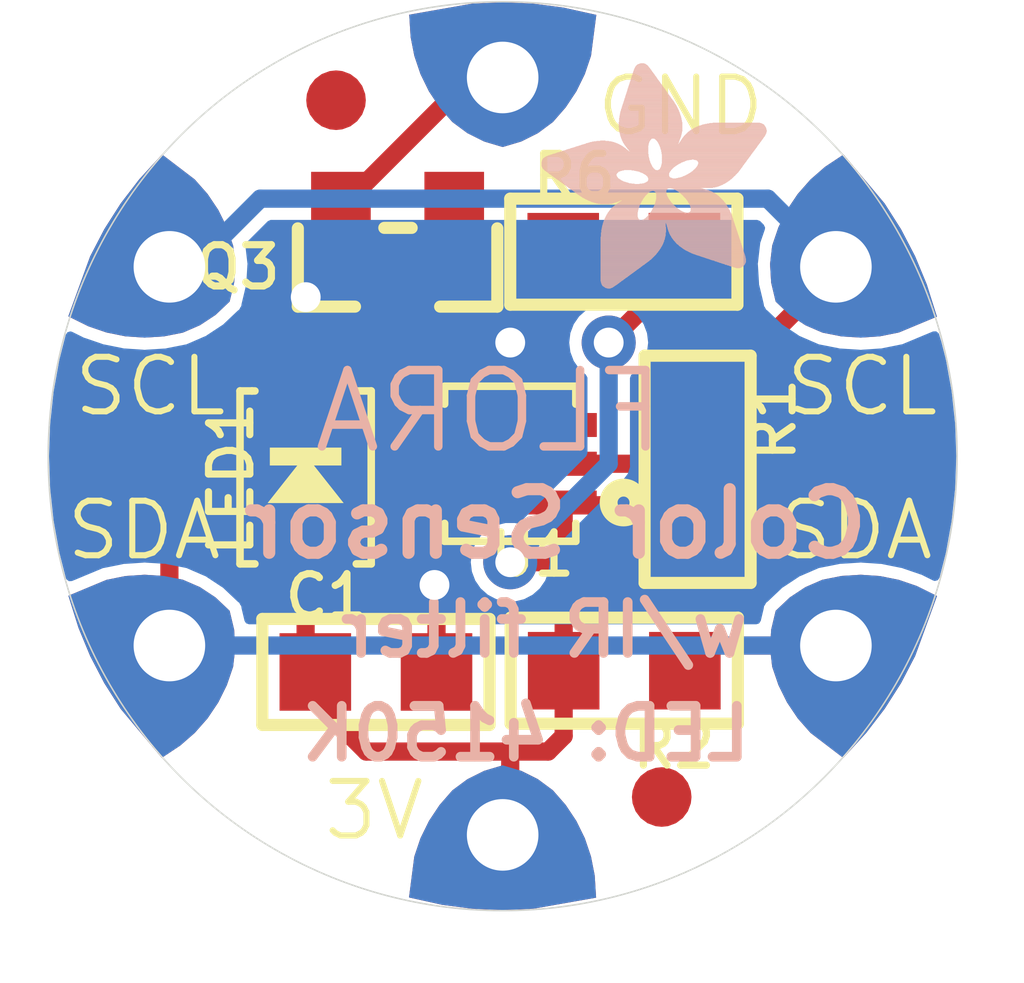
<source format=kicad_pcb>
(kicad_pcb (version 20221018) (generator pcbnew)
  (layers (0 "F.Cu" signal) (31 "B.Cu" signal) (34 "B.Paste" user) (35 "F.Paste" user) (36 "B.SilkS" user "B.Silkscreen") (37 "F.SilkS" user "F.Silkscreen") (38 "B.Mask" user) (39 "F.Mask" user) (44 "Edge.Cuts" user))
  (net 0 "")
  (net 1 "GND")
  (net 2 "SDA_3V")
  (net 3 "SCL_3V")
  (net 4 "N$1")
  (net 5 "+3V3")
  (net 6 "INT")
  (footprint "working:FIDUCIAL_1MM" (layer "F.Cu") (at 145.7071 99.0346)
    (fp_text reference "FID1" hide)
    (fp_text value "FIDUCIAL\"\"" hide)
    (pad "1" smd roundrect (at 0 0) (size 1 1) (layers "F.Cu" "F.Mask") (roundrect_rratio 0.5))
  )
  (footprint "working:_0805" (layer "F.Cu") (at 150.5401 108.6006 180)
    (fp_text reference "R2" (at -1.5875 -1.27) (layer "F.SilkS") (effects (font (size 0.692831 0.692831) (thickness 0.119969)) (justify right)))
    (fp_text value "10K")
    (pad "1" smd rect (at -1.016 0 180) (size 1.2 1.3) (layers "F.Cu" "F.Paste" "F.Mask") (net 2 "SDA_3V"))
    (pad "2" smd rect (at 1.016 0 180) (size 1.2 1.3) (layers "F.Cu" "F.Paste" "F.Mask") (net 5 "+3V3"))
  )
  (footprint "working:_0805" (layer "F.Cu") (at 151.7701 105.2236 -90)
    (fp_text reference "R1" (at -1.5875 -1.27 90) (layer "F.SilkS") (effects (font (size 0.692831 0.692831) (thickness 0.119969)) (justify right)))
    (fp_text value "10K")
    (pad "1" smd rect (at -1.016 0 270) (size 1.2 1.3) (layers "F.Cu" "F.Paste" "F.Mask") (net 3 "SCL_3V"))
    (pad "2" smd rect (at 1.016 0 270) (size 1.2 1.3) (layers "F.Cu" "F.Paste" "F.Mask") (net 5 "+3V3"))
  )
  (footprint "working:FIDUCIAL_1MM" (layer "F.Cu") (at 151.1681 110.7186)
    (fp_text reference "FID2" hide)
    (fp_text value "FIDUCIAL\"\"" hide)
    (pad "1" smd roundrect (at 0 0) (size 1 1) (layers "F.Cu" "F.Mask") (roundrect_rratio 0.5))
  )
  (footprint "working:_0805" (layer "F.Cu") (at 150.5331 101.5746)
    (fp_text reference "R6" (at -1.5875 -1.27) (layer "F.SilkS") (effects (font (size 0.692831 0.692831) (thickness 0.119969)) (justify left)))
    (fp_text value "10K")
    (pad "1" smd rect (at -1.016 0) (size 1.2 1.3) (layers "F.Cu" "F.Paste" "F.Mask") (net 6 "INT"))
    (pad "2" smd rect (at 1.016 0) (size 1.2 1.3) (layers "F.Cu" "F.Paste" "F.Mask") (net 5 "+3V3"))
  )
  (footprint "working:SEWINGTAP_0.5" (layer "F.Cu") (at 142.9131 101.8286 60)
    (fp_text reference "TP5" hide)
    (fp_text value "SEWTAP0.5IN" hide)
    (fp_poly (pts (xy 0.510656 -1.238743) (xy 1.017424 -1.172026) (xy 1.570433 -1.049427) (xy 1.481621 -0.363766) (xy 1.377917 -0.056151) (xy 1.23587 0.233416) (xy 1.057243 0.501965) (xy 0.843327 0.746924) (xy 0.591455 0.933744) (xy 0.312122 1.07341) (xy 0 1.16625) (xy -0.312122 1.07341) (xy -0.591455 0.933744) (xy -0.843327 0.746924) (xy -1.057243 0.501967) (xy -1.235871 0.233417) (xy -1.377917 -0.056152) (xy -1.480952 -0.361783) (xy -1.543214 -0.678249) (xy -1.566969 -1.052671) (xy -0.512044 -1.238682) (xy 0 -1.261038)) (fill solid) (layer "F.Cu"))
    (fp_poly (pts (xy 0.510656 -1.238743) (xy 1.017424 -1.172026) (xy 1.570433 -1.049427) (xy 1.481621 -0.363766) (xy 1.377917 -0.056151) (xy 1.23587 0.233416) (xy 1.057243 0.501965) (xy 0.843327 0.746924) (xy 0.591455 0.933744) (xy 0.312122 1.07341) (xy 0 1.16625) (xy -0.312122 1.07341) (xy -0.591455 0.933744) (xy -0.843327 0.746924) (xy -1.057243 0.501967) (xy -1.235871 0.233417) (xy -1.377917 -0.056152) (xy -1.480952 -0.361783) (xy -1.543214 -0.678249) (xy -1.566969 -1.052671) (xy -0.512044 -1.238682) (xy 0 -1.261038)) (fill solid) (layer "B.Cu"))
    (pad "TAP" thru_hole circle (at 0 0 60) (size 2.1844 2.1844) (drill 1.2) (layers "*.Cu" "*.Mask") (net 3 "SCL_3V"))
  )
  (footprint "working:EVERLIGHT_45-21" (layer "F.Cu") (at 145.1971 105.3596 90)
    (fp_text reference "LED1" (at -1.375 -1.25 90) (layer "F.SilkS") (effects (font (size 0.692831 0.692831) (thickness 0.119969)) (justify left)))
    (fp_text value "45-21/LK2C-B38452C4CB2/2T")
    (pad "A" smd rect (at -1.45 0 90) (size 1.4 1.4) (layers "F.Cu" "F.Paste" "F.Mask") (net 5 "+3V3"))
    (pad "K" smd rect (at 1.45 0 90) (size 1.4 1.4) (layers "F.Cu" "F.Paste" "F.Mask") (net 4 "N$1"))
  )
  (footprint "working:SEWINGTAP_0.5" (layer "F.Cu") (at 148.5011 98.6536)
    (fp_text reference "TP2" hide)
    (fp_text value "SEWTAP0.5IN" hide)
    (fp_poly (pts (xy 0.510656 -1.238743) (xy 1.017424 -1.172026) (xy 1.570433 -1.049427) (xy 1.481621 -0.363766) (xy 1.377917 -0.056151) (xy 1.23587 0.233416) (xy 1.057243 0.501965) (xy 0.843327 0.746924) (xy 0.591455 0.933744) (xy 0.312122 1.07341) (xy 0 1.16625) (xy -0.312122 1.07341) (xy -0.591455 0.933744) (xy -0.843327 0.746924) (xy -1.057243 0.501967) (xy -1.235871 0.233417) (xy -1.377917 -0.056152) (xy -1.480952 -0.361783) (xy -1.543214 -0.678249) (xy -1.566969 -1.052671) (xy -0.512044 -1.238682) (xy 0 -1.261038)) (fill solid) (layer "F.Cu"))
    (fp_poly (pts (xy 0.510656 -1.238743) (xy 1.017424 -1.172026) (xy 1.570433 -1.049427) (xy 1.481621 -0.363766) (xy 1.377917 -0.056151) (xy 1.23587 0.233416) (xy 1.057243 0.501965) (xy 0.843327 0.746924) (xy 0.591455 0.933744) (xy 0.312122 1.07341) (xy 0 1.16625) (xy -0.312122 1.07341) (xy -0.591455 0.933744) (xy -0.843327 0.746924) (xy -1.057243 0.501967) (xy -1.235871 0.233417) (xy -1.377917 -0.056152) (xy -1.480952 -0.361783) (xy -1.543214 -0.678249) (xy -1.566969 -1.052671) (xy -0.512044 -1.238682) (xy 0 -1.261038)) (fill solid) (layer "B.Cu"))
    (pad "TAP" thru_hole circle (at 0 0) (size 2.1844 2.1844) (drill 1.2) (layers "*.Cu" "*.Mask") (net 1 "GND"))
  )
  (footprint "working:SOT23-WIDE" (layer "F.Cu") (at 146.7391 101.8356 180)
    (fp_text reference "Q3" (at 1.905 0) (layer "F.SilkS") (effects (font (size 0.692831 0.692831) (thickness 0.119969)) (justify right)))
    (fp_text value "BSS138")
    (pad "1" smd rect (at -0.95 1 180) (size 1 1.2) (layers "F.Cu" "F.Paste" "F.Mask") (net 6 "INT"))
    (pad "2" smd rect (at 0.95 1 180) (size 1 1.2) (layers "F.Cu" "F.Paste" "F.Mask") (net 1 "GND"))
    (pad "3" smd rect (at 0 -1 180) (size 1 1.2) (layers "F.Cu" "F.Paste" "F.Mask") (net 4 "N$1"))
  )
  (footprint "working:SEWINGTAP_0.5" (layer "F.Cu") (at 142.9131 108.1786 120)
    (fp_text reference "TP3" hide)
    (fp_text value "SEWTAP0.5IN" hide)
    (fp_poly (pts (xy 0.510656 -1.238743) (xy 1.017424 -1.172026) (xy 1.570433 -1.049427) (xy 1.481621 -0.363766) (xy 1.377917 -0.056151) (xy 1.23587 0.233416) (xy 1.057243 0.501965) (xy 0.843327 0.746924) (xy 0.591455 0.933744) (xy 0.312122 1.07341) (xy 0 1.16625) (xy -0.312122 1.07341) (xy -0.591455 0.933744) (xy -0.843327 0.746924) (xy -1.057243 0.501967) (xy -1.235871 0.233417) (xy -1.377917 -0.056152) (xy -1.480952 -0.361783) (xy -1.543214 -0.678249) (xy -1.566969 -1.052671) (xy -0.512044 -1.238682) (xy 0 -1.261038)) (fill solid) (layer "F.Cu"))
    (fp_poly (pts (xy 0.510656 -1.238743) (xy 1.017424 -1.172026) (xy 1.570433 -1.049427) (xy 1.481621 -0.363766) (xy 1.377917 -0.056151) (xy 1.23587 0.233416) (xy 1.057243 0.501965) (xy 0.843327 0.746924) (xy 0.591455 0.933744) (xy 0.312122 1.07341) (xy 0 1.16625) (xy -0.312122 1.07341) (xy -0.591455 0.933744) (xy -0.843327 0.746924) (xy -1.057243 0.501967) (xy -1.235871 0.233417) (xy -1.377917 -0.056152) (xy -1.480952 -0.361783) (xy -1.543214 -0.678249) (xy -1.566969 -1.052671) (xy -0.512044 -1.238682) (xy 0 -1.261038)) (fill solid) (layer "B.Cu"))
    (pad "TAP" thru_hole circle (at 0 0 120) (size 2.1844 2.1844) (drill 1.2) (layers "*.Cu" "*.Mask") (net 2 "SDA_3V"))
  )
  (footprint "working:_0805" (layer "F.Cu") (at 146.3761 108.6216)
    (fp_text reference "C1" (at -1.5875 -1.27) (layer "F.SilkS") (effects (font (size 0.692831 0.692831) (thickness 0.119969)) (justify left)))
    (fp_text value "0.1µF")
    (pad "1" smd rect (at -1.016 0) (size 1.2 1.3) (layers "F.Cu" "F.Paste" "F.Mask") (net 5 "+3V3"))
    (pad "2" smd rect (at 1.016 0) (size 1.2 1.3) (layers "F.Cu" "F.Paste" "F.Mask") (net 1 "GND"))
  )
  (footprint "working:SEWINGTAP_0.5" (layer "F.Cu") (at 154.0891 108.1786 -120)
    (fp_text reference "TP4" hide)
    (fp_text value "SEWTAP0.5IN" hide)
    (fp_poly (pts (xy 0.510656 -1.238743) (xy 1.017424 -1.172026) (xy 1.570433 -1.049427) (xy 1.481621 -0.363766) (xy 1.377917 -0.056151) (xy 1.23587 0.233416) (xy 1.057243 0.501965) (xy 0.843327 0.746924) (xy 0.591455 0.933744) (xy 0.312122 1.07341) (xy 0 1.16625) (xy -0.312122 1.07341) (xy -0.591455 0.933744) (xy -0.843327 0.746924) (xy -1.057243 0.501967) (xy -1.235871 0.233417) (xy -1.377917 -0.056152) (xy -1.480952 -0.361783) (xy -1.543214 -0.678249) (xy -1.566969 -1.052671) (xy -0.512044 -1.238682) (xy 0 -1.261038)) (fill solid) (layer "F.Cu"))
    (fp_poly (pts (xy 0.510656 -1.238743) (xy 1.017424 -1.172026) (xy 1.570433 -1.049427) (xy 1.481621 -0.363766) (xy 1.377917 -0.056151) (xy 1.23587 0.233416) (xy 1.057243 0.501965) (xy 0.843327 0.746924) (xy 0.591455 0.933744) (xy 0.312122 1.07341) (xy 0 1.16625) (xy -0.312122 1.07341) (xy -0.591455 0.933744) (xy -0.843327 0.746924) (xy -1.057243 0.501967) (xy -1.235871 0.233417) (xy -1.377917 -0.056152) (xy -1.480952 -0.361783) (xy -1.543214 -0.678249) (xy -1.566969 -1.052671) (xy -0.512044 -1.238682) (xy 0 -1.261038)) (fill solid) (layer "B.Cu"))
    (pad "TAP" thru_hole circle (at 0 0 240) (size 2.1844 2.1844) (drill 1.2) (layers "*.Cu" "*.Mask") (net 2 "SDA_3V"))
  )
  (footprint "working:SEWINGTAP_0.5" (layer "F.Cu") (at 154.0891 101.8286 -60)
    (fp_text reference "TP6" hide)
    (fp_text value "SEWTAP0.5IN" hide)
    (fp_poly (pts (xy 0.510656 -1.238743) (xy 1.017424 -1.172026) (xy 1.570433 -1.049427) (xy 1.481621 -0.363766) (xy 1.377917 -0.056151) (xy 1.23587 0.233416) (xy 1.057243 0.501965) (xy 0.843327 0.746924) (xy 0.591455 0.933744) (xy 0.312122 1.07341) (xy 0 1.16625) (xy -0.312122 1.07341) (xy -0.591455 0.933744) (xy -0.843327 0.746924) (xy -1.057243 0.501967) (xy -1.235871 0.233417) (xy -1.377917 -0.056152) (xy -1.480952 -0.361783) (xy -1.543214 -0.678249) (xy -1.566969 -1.052671) (xy -0.512044 -1.238682) (xy 0 -1.261038)) (fill solid) (layer "F.Cu"))
    (fp_poly (pts (xy 0.510656 -1.238743) (xy 1.017424 -1.172026) (xy 1.570433 -1.049427) (xy 1.481621 -0.363766) (xy 1.377917 -0.056151) (xy 1.23587 0.233416) (xy 1.057243 0.501965) (xy 0.843327 0.746924) (xy 0.591455 0.933744) (xy 0.312122 1.07341) (xy 0 1.16625) (xy -0.312122 1.07341) (xy -0.591455 0.933744) (xy -0.843327 0.746924) (xy -1.057243 0.501967) (xy -1.235871 0.233417) (xy -1.377917 -0.056152) (xy -1.480952 -0.361783) (xy -1.543214 -0.678249) (xy -1.566969 -1.052671) (xy -0.512044 -1.238682) (xy 0 -1.261038)) (fill solid) (layer "B.Cu"))
    (pad "TAP" thru_hole circle (at 0 0 300) (size 2.1844 2.1844) (drill 1.2) (layers "*.Cu" "*.Mask") (net 3 "SCL_3V"))
  )
  (footprint "working:TCS3472_FN6" (layer "F.Cu") (at 148.6281 105.1306 180)
    (fp_text reference "U1" (at -1.143 -1.52) (layer "F.SilkS") (effects (font (size 0.692831 0.692831) (thickness 0.119969)) (justify right)))
    (fp_text value "TCS34725")
    (fp_poly (pts (xy -0.349118 -0.174733) (xy -0.275267 -0.100882) (xy -0.248236 0) (xy -0.275267 0.100882) (xy -0.349118 0.174733) (xy -0.443417 0.2) (xy -1.45 0.2) (xy -1.45 -0.2) (xy -0.443417 -0.2)) (fill solid) (layer "F.Cu"))
    (fp_poly (pts (xy -0.349118 0.475267) (xy -0.275267 0.549118) (xy -0.248236 0.65) (xy -0.275267 0.750882) (xy -0.349118 0.824733) (xy -0.443417 0.85) (xy -1.45 0.85) (xy -1.45 0.45) (xy -0.443417 0.45)) (fill solid) (layer "F.Cu"))
    (fp_poly (pts (xy 1.45 -0.45) (xy 0.443417 -0.45) (xy 0.349118 -0.475267) (xy 0.275267 -0.549118) (xy 0.248236 -0.65) (xy 0.275267 -0.750882) (xy 0.349118 -0.824733) (xy 0.443417 -0.85) (xy 1.45 -0.85)) (fill solid) (layer "F.Cu"))
    (fp_poly (pts (xy 1.45 0.2) (xy 0.443417 0.2) (xy 0.349118 0.174733) (xy 0.275267 0.100882) (xy 0.248236 0) (xy 0.275267 -0.100882) (xy 0.349118 -0.174733) (xy 0.443417 -0.2) (xy 1.45 -0.2)) (fill solid) (layer "F.Cu"))
    (fp_poly (pts (xy 1.45 0.85) (xy 0.443417 0.85) (xy 0.349118 0.824733) (xy 0.275267 0.750882) (xy 0.248236 0.65) (xy 0.275267 0.549118) (xy 0.349118 0.475267) (xy 0.443417 0.45) (xy 1.45 0.45)) (fill solid) (layer "F.Cu"))
    (pad "P$1" smd rect (at -0.85 -0.65 180) (size 1.2 0.4) (layers "F.Cu" "F.Paste" "F.Mask") (net 5 "+3V3"))
    (pad "P$2" smd rect (at -0.95 0 180) (size 1 0.4) (layers "F.Cu" "F.Paste" "F.Mask") (net 3 "SCL_3V"))
    (pad "P$3" smd rect (at -0.95 0.65 180) (size 1 0.4) (layers "F.Cu" "F.Paste" "F.Mask") (net 1 "GND"))
    (pad "P$4" smd rect (at 0.95 0.65 180) (size 1 0.4) (layers "F.Cu" "F.Paste" "F.Mask"))
    (pad "P$5" smd rect (at 0.95 0 180) (size 1 0.4) (layers "F.Cu" "F.Paste" "F.Mask") (net 6 "INT"))
    (pad "P$6" smd rect (at 0.95 -0.65 180) (size 1 0.4) (layers "F.Cu" "F.Paste" "F.Mask") (net 2 "SDA_3V"))
  )
  (footprint "working:SEWINGTAP_0.5" (layer "F.Cu") (at 148.5011 111.3536 180)
    (fp_text reference "TP1" hide)
    (fp_text value "SEWTAP0.5IN" hide)
    (fp_poly (pts (xy 0.510656 -1.238743) (xy 1.017424 -1.172026) (xy 1.570433 -1.049427) (xy 1.481621 -0.363766) (xy 1.377917 -0.056151) (xy 1.23587 0.233416) (xy 1.057243 0.501965) (xy 0.843327 0.746924) (xy 0.591455 0.933744) (xy 0.312122 1.07341) (xy 0 1.16625) (xy -0.312122 1.07341) (xy -0.591455 0.933744) (xy -0.843327 0.746924) (xy -1.057243 0.501967) (xy -1.235871 0.233417) (xy -1.377917 -0.056152) (xy -1.480952 -0.361783) (xy -1.543214 -0.678249) (xy -1.566969 -1.052671) (xy -0.512044 -1.238682) (xy 0 -1.261038)) (fill solid) (layer "F.Cu"))
    (fp_poly (pts (xy 0.510656 -1.238743) (xy 1.017424 -1.172026) (xy 1.570433 -1.049427) (xy 1.481621 -0.363766) (xy 1.377917 -0.056151) (xy 1.23587 0.233416) (xy 1.057243 0.501965) (xy 0.843327 0.746924) (xy 0.591455 0.933744) (xy 0.312122 1.07341) (xy 0 1.16625) (xy -0.312122 1.07341) (xy -0.591455 0.933744) (xy -0.843327 0.746924) (xy -1.057243 0.501967) (xy -1.235871 0.233417) (xy -1.377917 -0.056152) (xy -1.480952 -0.361783) (xy -1.543214 -0.678249) (xy -1.566969 -1.052671) (xy -0.512044 -1.238682) (xy 0 -1.261038)) (fill solid) (layer "B.Cu"))
    (pad "TAP" thru_hole circle (at 0 0 180) (size 2.1844 2.1844) (drill 1.2) (layers "*.Cu" "*.Mask") (net 5 "+3V3"))
  )
  (footprint "working:ADAFRUIT_3.5MM" (layer "B.Cu") (at 152.9461 102.2096 180)
    (fp_text reference "U$8" hide)
    (fp_text value "" hide)
  )
  (gr_circle (center 148.5011 105.0036) (end 156.1211 105.0036) (stroke (width 0.0254)) (fill none) (layer "Edge.Cuts"))
  (gr_text "w/IR filter" (at 152.6961 108.4156) (layer "B.SilkS") (effects (font (size 0.85344 0.85344) (thickness 0.16256)) (justify left bottom mirror)))
  (gr_text "LED: 4150K" (at 152.7371 110.1556) (layer "B.SilkS") (effects (font (size 0.85344 0.85344) (thickness 0.16256)) (justify left bottom mirror)))
  (gr_text "Color Sensor" (at 154.7281 106.7646) (layer "B.SilkS") (effects (font (size 1.0668 1.0668) (thickness 0.2032)) (justify left bottom mirror)))
  (gr_text "FLORA" (at 151.2951 105.0036) (layer "B.SilkS") (effects (font (size 1.28016 1.28016) (thickness 0.14224)) (justify left bottom mirror)))
  (gr_text "3V" (at 145.4531 111.4806) (layer "F.SilkS") (effects (font (size 0.9144 0.9144) (thickness 0.1016)) (justify left bottom)))
  (gr_text "GND" (at 150.0251 99.6696) (layer "F.SilkS") (effects (font (size 0.9144 0.9144) (thickness 0.1016)) (justify left bottom)))
  (gr_text "SCL" (at 141.2621 104.3686) (layer "F.SilkS") (effects (font (size 0.9144 0.9144) (thickness 0.1016)) (justify left bottom)))
  (gr_text "SDA" (at 141.1351 106.7816) (layer "F.SilkS") (effects (font (size 0.9144 0.9144) (thickness 0.1016)) (justify left bottom)))
  (gr_text "SDA" (at 153.0731 106.7816) (layer "F.SilkS") (effects (font (size 0.9144 0.9144) (thickness 0.1016)) (justify left bottom)))
  (gr_text "SCL" (at 153.2001 104.3686) (layer "F.SilkS") (effects (font (size 0.9144 0.9144) (thickness 0.1016)) (justify left bottom)))
  (segment (start 145.7891 101.3656) (end 145.7891 101.2386) (width 0.254) (layer "F.Cu") (net 1))
  (segment (start 145.7891 101.7466) (end 145.1991 102.3366) (width 0.3048) (layer "F.Cu") (net 1))
  (segment (start 147.9711 98.6536) (end 148.5011 98.6536) (width 0.3048) (layer "F.Cu") (net 1))
  (segment (start 145.7891 100.8356) (end 145.7891 101.2386) (width 0.3048) (layer "F.Cu") (net 1))
  (segment (start 149.5781 104.0486) (end 148.6281 103.0986) (width 0.3048) (layer "F.Cu") (net 1))
  (segment (start 147.3921 108.6216) (end 147.3921 107.1626) (width 0.3048) (layer "F.Cu") (net 1))
  (segment (start 145.7891 101.3656) (end 145.7891 101.7466) (width 0.3048) (layer "F.Cu") (net 1))
  (segment (start 145.7891 100.8356) (end 147.9711 98.6536) (width 0.3048) (layer "F.Cu") (net 1))
  (segment (start 147.3921 107.1626) (end 147.3581 107.1626) (width 0.3048) (layer "F.Cu") (net 1))
  (segment (start 149.5781 104.4806) (end 149.5781 104.0486) (width 0.3048) (layer "F.Cu") (net 1))
  (via (at 147.3581 107.1626) (size 0.9064) (drill 0.5) (layers "F.Cu" "B.Cu") (net 1))
  (via (at 148.6281 103.0986) (size 0.9064) (drill 0.5) (layers "F.Cu" "B.Cu") (net 1))
  (via (at 145.1991 102.3366) (size 0.9064) (drill 0.5) (layers "F.Cu" "B.Cu") (net 1))
  (segment (start 143.4211 103.8606) (end 143.2941 103.9876) (width 0.3048) (layer "B.Cu") (net 1))
  (segment (start 147.3581 107.1626) (end 147.3581 107.1626) (width 0.3048) (layer "B.Cu") (net 1))
  (segment (start 147.3581 107.1626) (end 147.241432 107.114131) (width 0.3048) (layer "B.Cu") (net 1))
  (segment (start 147.152192 107.024705) (end 147.1041 106.7816) (width 0.3048) (layer "B.Cu") (net 1))
  (segment (start 147.241432 107.114131) (end 147.152192 107.024705) (width 0.3048) (layer "B.Cu") (net 1))
  (segment (start 148.6281 98.6536) (end 148.5011 98.6536) (width 0.3048) (layer "B.Cu") (net 1))
  (segment (start 146.0881 105.2576) (end 146.5961 105.7656) (width 0.3048) (layer "F.Cu") (net 2))
  (segment (start 151.9781 108.1786) (end 154.0891 108.1786) (width 0.3048) (layer "F.Cu") (net 2))
  (segment (start 146.5961 105.7656) (end 147.6631 105.7656) (width 0.3048) (layer "F.Cu") (net 2))
  (segment (start 142.9131 106.5276) (end 142.9131 108.1786) (width 0.3048) (layer "F.Cu") (net 2))
  (segment (start 144.1831 105.2576) (end 146.0881 105.2576) (width 0.3048) (layer "F.Cu") (net 2))
  (segment (start 151.5561 108.6006) (end 151.9781 108.1786) (width 0.3048) (layer "F.Cu") (net 2))
  (segment (start 147.6631 105.7656) (end 147.6781 105.7806) (width 0.3048) (layer "F.Cu") (net 2))
  (segment (start 144.1831 105.2576) (end 142.9131 106.5276) (width 0.3048) (layer "F.Cu") (net 2))
  (segment (start 142.9131 108.1786) (end 154.0891 108.1786) (width 0.3048) (layer "B.Cu") (net 2))
  (segment (start 149.5781 105.1306) (end 150.8471 105.1306) (width 0.3048) (layer "F.Cu") (net 3))
  (segment (start 151.7701 104.2076) (end 151.7701 104.206544) (width 0.3048) (layer "F.Cu") (net 3))
  (segment (start 154.0891 101.8886) (end 154.0891 101.8286) (width 0.3048) (layer "F.Cu") (net 3))
  (segment (start 151.7701 104.2076) (end 154.0891 101.8886) (width 0.3048) (layer "F.Cu") (net 3))
  (segment (start 150.8471 105.1306) (end 151.7701 104.2076) (width 0.3048) (layer "F.Cu") (net 3))
  (segment (start 152.9461 100.6856) (end 154.0891 101.8286) (width 0.3048) (layer "B.Cu") (net 3))
  (segment (start 143.2941 101.8286) (end 144.4371 100.6856) (width 0.3048) (layer "B.Cu") (net 3))
  (segment (start 142.9131 101.8286) (end 143.2941 101.8286) (width 0.3048) (layer "B.Cu") (net 3))
  (segment (start 144.4371 100.6856) (end 152.9461 100.6856) (width 0.3048) (layer "B.Cu") (net 3))
  (segment (start 145.1971 103.9096) (end 146.2711 102.8356) (width 0.3048) (layer "F.Cu") (net 4))
  (segment (start 146.2711 102.8356) (end 146.7391 102.8356) (width 0.3048) (layer "F.Cu") (net 4))
  (segment (start 145.3601 109.1016) (end 146.2151 109.9566) (width 0.3048) (layer "F.Cu") (net 5))
  (segment (start 148.6281 111.3536) (end 148.5011 111.3536) (width 0.3048) (layer "F.Cu") (net 5))
  (segment (start 145.3601 108.6216) (end 145.3601 109.1016) (width 0.3048) (layer "F.Cu") (net 5))
  (segment (start 149.5241 108.6006) (end 149.5241 109.6956) (width 0.3048) (layer "F.Cu") (net 5))
  (segment (start 152.2181 106.2396) (end 151.7701 106.2396) (width 0.3048) (layer "F.Cu") (net 5))
  (segment (start 149.2631 109.9566) (end 148.6281 109.9566) (width 0.3048) (layer "F.Cu") (net 5))
  (segment (start 145.1971 108.4586) (end 145.1971 106.8096) (width 0.3048) (layer "F.Cu") (net 5))
  (segment (start 151.3571 105.8266) (end 151.7701 106.2396) (width 0.3048) (layer "F.Cu") (net 5))
  (segment (start 149.5241 105.8266) (end 151.3571 105.8266) (width 0.3048) (layer "F.Cu") (net 5))
  (segment (start 151.9311 106.4006) (end 151.7701 106.2396) (width 0.3048) (layer "F.Cu") (net 5))
  (segment (start 148.6281 111.3536) (end 148.6281 109.9566) (width 0.3048) (layer "F.Cu") (net 5))
  (segment (start 149.5241 109.6956) (end 149.2631 109.9566) (width 0.3048) (layer "F.Cu") (net 5))
  (segment (start 149.5241 105.8266) (end 149.5241 106.6546) (width 0.3048) (layer "F.Cu") (net 5))
  (segment (start 149.5241 106.6546) (end 149.5241 108.6006) (width 0.3048) (layer "F.Cu") (net 5))
  (segment (start 149.3971 106.7816) (end 149.5241 106.6546) (width 0.3048) (layer "F.Cu") (net 5))
  (segment (start 148.6281 106.7816) (end 149.3971 106.7816) (width 0.3048) (layer "F.Cu") (net 5))
  (segment (start 151.5491 101.8286) (end 150.2791 103.0986) (width 0.3048) (layer "F.Cu") (net 5))
  (segment (start 151.5491 101.5746) (end 151.5491 101.8286) (width 0.3048) (layer "F.Cu") (net 5))
  (segment (start 149.4781 105.7806) (end 149.5241 105.8266) (width 0.3048) (layer "F.Cu") (net 5))
  (segment (start 148.6281 109.9566) (end 146.2151 109.9566) (width 0.3048) (layer "F.Cu") (net 5))
  (segment (start 145.3601 108.6216) (end 145.1971 108.4586) (width 0.3048) (layer "F.Cu") (net 5))
  (via (at 150.2791 103.0986) (size 0.9064) (drill 0.5) (layers "F.Cu" "B.Cu") (net 5))
  (via (at 148.6281 106.7816) (size 0.9064) (drill 0.5) (layers "F.Cu" "B.Cu") (net 5))
  (segment (start 150.2791 105.1306) (end 148.6281 106.7816) (width 0.3048) (layer "B.Cu") (net 5))
  (segment (start 150.2791 103.0986) (end 150.2791 105.1306) (width 0.3048) (layer "B.Cu") (net 5))
  (segment (start 146.7231 104.8766) (end 146.7231 103.9876) (width 0.254) (layer "F.Cu") (net 6))
  (segment (start 146.9771 105.1306) (end 146.7231 104.8766) (width 0.254) (layer "F.Cu") (net 6))
  (segment (start 147.6891 100.8356) (end 148.3011 101.5746) (width 0.3048) (layer "F.Cu") (net 6))
  (segment (start 147.7391 102.1366) (end 148.3011 101.5746) (width 0.254) (layer "F.Cu") (net 6))
  (segment (start 146.7231 103.9876) (end 146.8501 103.8606) (width 0.254) (layer "F.Cu") (net 6))
  (segment (start 146.8501 103.8606) (end 147.7391 103.8606) (width 0.254) (layer "F.Cu") (net 6))
  (segment (start 147.7391 103.8606) (end 147.7391 102.1366) (width 0.254) (layer "F.Cu") (net 6))
  (segment (start 147.6781 105.1306) (end 146.9771 105.1306) (width 0.254) (layer "F.Cu") (net 6))
  (segment (start 148.3011 101.5746) (end 149.5171 101.5746) (width 0.3048) (layer "F.Cu") (net 6))
  (zone (net 1) (net_name "GND") (layer "B.Cu") (priority 6) (connect_pads (clearance 0.000001)) (min_thickness 0.1524) (fill yes (thermal_gap 0.3548) (thermal_bridge_width 0.3548))
    (polygon (pts (xy 149.063395 97.391975) (xy 149.618074 97.465557) (xy 150.166091 97.578523) (xy 150.704653 97.730296) (xy 151.231014 97.920103) (xy 151.742494 98.146975) (xy 152.236486 98.409759) (xy 152.710474 98.707115) (xy 153.162039 99.037526) (xy 153.588883 99.39931) (xy 153.98883 99.790623) (xy 154.359842 100.209471) (xy 154.700029 100.653719) (xy 155.007657 101.121104) (xy 155.281157 101.609244) (xy 155.519138 102.115652) (xy 155.720385 102.637747) (xy 155.883874 103.172867) (xy 156.008772 103.718289) (xy 156.094441 104.27123) (xy 156.140445 104.828874) (xy 156.1465 105.383768) (xy 156.1465 106.257062) (xy 156.164744 106.258156) (xy 156.1465 106.409737) (xy 156.1465 106.553) (xy 156.129257 106.553) (xy 156.082665 106.940117) (xy 155.980036 107.460873) (xy 155.838779 107.972504) (xy 155.659683 108.472148) (xy 155.443749 108.957011) (xy 155.192185 109.424382) (xy 154.906397 109.871645) (xy 154.587985 110.296302) (xy 154.238729 110.695976) (xy 153.86058 111.068433) (xy 153.455657 111.411588) (xy 153.02622 111.723525) (xy 152.574675 112.002497) (xy 152.103543 112.246945) (xy 151.615462 112.455503) (xy 151.11316 112.627003) (xy 150.599446 112.760486) (xy 150.077194 112.855205) (xy 149.546482 112.910931) (xy 148.497802 112.902979) (xy 147.937556 112.882971) (xy 147.376884 112.822692) (xy 146.821941 112.722569) (xy 146.275555 112.583112) (xy 145.740509 112.405032) (xy 145.21953 112.189235) (xy 144.715274 111.936823) (xy 144.23031 111.64908) (xy 143.767108 111.327473) (xy 143.32803 110.973642) (xy 142.915312 110.589388) (xy 142.531058 110.17667) (xy 142.177227 109.737592) (xy 141.85562 109.27439) (xy 141.567877 108.789426) (xy 141.315465 108.28517) (xy 141.099668 107.764191) (xy 140.921588 107.229145) (xy 140.782131 106.682759) (xy 140.682008 106.127816) (xy 140.621729 105.567144) (xy 140.6017 105.006321) (xy 140.601701 104.768963) (xy 140.589382 104.768464) (xy 140.6017 104.61644) (xy 140.6017 104.4702) (xy 140.613549 104.4702) (xy 140.646804 104.059781) (xy 140.73331 103.508508) (xy 140.86077 102.965241) (xy 141.028473 102.433018) (xy 141.23548 101.914815) (xy 141.480633 101.413532) (xy 141.762561 100.93197) (xy 142.079689 100.472824) (xy 142.430241 100.038659) (xy 142.812259 99.631907) (xy 143.223605 99.25484) (xy 143.66198 98.909566) (xy 144.12493 98.598018) (xy 144.609869 98.321938) (xy 145.114082 98.082869) (xy 145.634751 97.882148) (xy 146.168964 97.720899) (xy 146.713734 97.600022) (xy 147.266014 97.520194) (xy 147.822716 97.48186) (xy 148.311357 97.484818) (xy 148.441842 97.354332)))
  )
)
</source>
